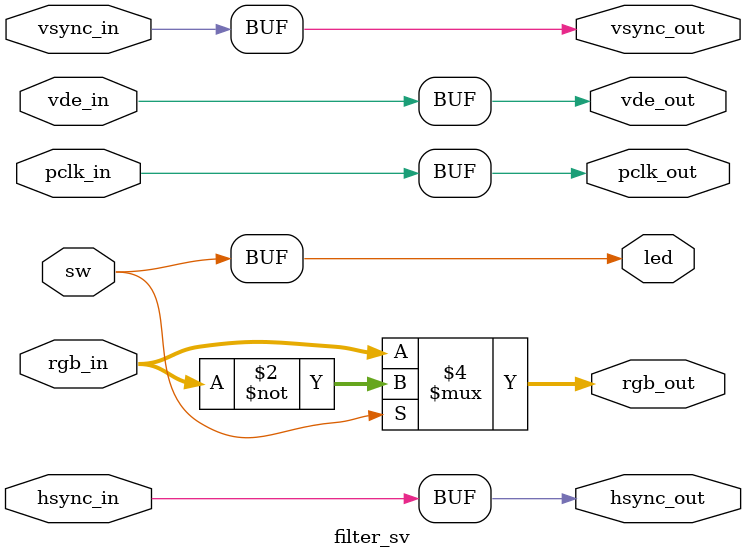
<source format=sv>
`timescale 1ns / 1ps

module filter_sv(
    input sw,                           // Switch
    input [23:0] rgb_in,                // 24-bit RGB input from dvi2rgb
    input hsync_in, vsync_in,           
    input vde_in,                       // Blanking interval
    input pclk_in,                      // Pixel clock input
    output reg led,                     // LED
    output reg [23:0] rgb_out,          // 24-bit RGB output to dvi2rgb
    output reg hsync_out, vsync_out,
    output reg vde_out,                 // Blanking interval
    output reg pclk_out                 // Pixel clock output
);

    always_comb begin
        led = sw;
        hsync_out = hsync_in;
        vsync_out = vsync_in;
        vde_out = vde_in;
        
        if (sw) begin
            rgb_out = ~rgb_in;
        end else begin
            rgb_out = rgb_in;
        end
        
        pclk_out = pclk_in;
    end
    
endmodule

</source>
